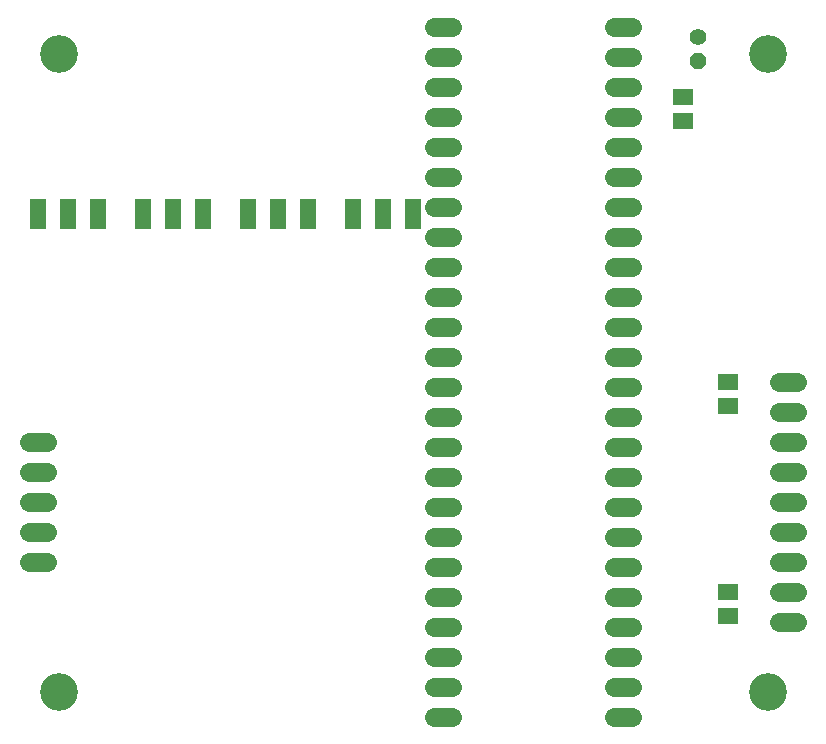
<source format=gbr>
G04 EAGLE Gerber RS-274X export*
G75*
%MOMM*%
%FSLAX34Y34*%
%LPD*%
%INSoldermask Top*%
%IPPOS*%
%AMOC8*
5,1,8,0,0,1.08239X$1,22.5*%
G01*
%ADD10C,3.201600*%
%ADD11P,1.539592X8X292.500000*%
%ADD12C,1.422400*%
%ADD13C,1.625600*%
%ADD14R,1.371600X2.641600*%
%ADD15R,1.701600X1.401600*%


D10*
X-300000Y40000D03*
X300000Y40000D03*
X-300000Y580000D03*
X300000Y580000D03*
D11*
X241300Y574040D03*
D12*
X241300Y594360D03*
D13*
X33020Y603250D02*
X17780Y603250D01*
X17780Y577850D02*
X33020Y577850D01*
X33020Y552450D02*
X17780Y552450D01*
X17780Y527050D02*
X33020Y527050D01*
X33020Y501650D02*
X17780Y501650D01*
X17780Y476250D02*
X33020Y476250D01*
X33020Y450850D02*
X17780Y450850D01*
X17780Y425450D02*
X33020Y425450D01*
X33020Y400050D02*
X17780Y400050D01*
X17780Y374650D02*
X33020Y374650D01*
X33020Y349250D02*
X17780Y349250D01*
X17780Y323850D02*
X33020Y323850D01*
X33020Y298450D02*
X17780Y298450D01*
X17780Y273050D02*
X33020Y273050D01*
X33020Y247650D02*
X17780Y247650D01*
X17780Y222250D02*
X33020Y222250D01*
X33020Y196850D02*
X17780Y196850D01*
X17780Y171450D02*
X33020Y171450D01*
X33020Y146050D02*
X17780Y146050D01*
X17780Y120650D02*
X33020Y120650D01*
X33020Y95250D02*
X17780Y95250D01*
X17780Y69850D02*
X33020Y69850D01*
X33020Y44450D02*
X17780Y44450D01*
X17780Y19050D02*
X33020Y19050D01*
X170180Y603250D02*
X185420Y603250D01*
X185420Y577850D02*
X170180Y577850D01*
X170180Y552450D02*
X185420Y552450D01*
X185420Y527050D02*
X170180Y527050D01*
X170180Y501650D02*
X185420Y501650D01*
X185420Y476250D02*
X170180Y476250D01*
X170180Y450850D02*
X185420Y450850D01*
X185420Y425450D02*
X170180Y425450D01*
X170180Y400050D02*
X185420Y400050D01*
X185420Y374650D02*
X170180Y374650D01*
X170180Y349250D02*
X185420Y349250D01*
X185420Y323850D02*
X170180Y323850D01*
X170180Y298450D02*
X185420Y298450D01*
X185420Y273050D02*
X170180Y273050D01*
X170180Y247650D02*
X185420Y247650D01*
X185420Y222250D02*
X170180Y222250D01*
X170180Y196850D02*
X185420Y196850D01*
X185420Y171450D02*
X170180Y171450D01*
X170180Y146050D02*
X185420Y146050D01*
X185420Y120650D02*
X170180Y120650D01*
X170180Y95250D02*
X185420Y95250D01*
X185420Y69850D02*
X170180Y69850D01*
X170180Y44450D02*
X185420Y44450D01*
X185420Y19050D02*
X170180Y19050D01*
X-309880Y251300D02*
X-325120Y251300D01*
X-325120Y225900D02*
X-309880Y225900D01*
X-309880Y200500D02*
X-325120Y200500D01*
X-325120Y175100D02*
X-309880Y175100D01*
X-309880Y149700D02*
X-325120Y149700D01*
D14*
X-317500Y444500D03*
X-50800Y444500D03*
X-25400Y444500D03*
X0Y444500D03*
X-292100Y444500D03*
X-266700Y444500D03*
X-228600Y444500D03*
X-203200Y444500D03*
X-177800Y444500D03*
X-139700Y444500D03*
X-114300Y444500D03*
X-88900Y444500D03*
D13*
X309880Y302100D02*
X325120Y302100D01*
X325120Y276700D02*
X309880Y276700D01*
X309880Y251300D02*
X325120Y251300D01*
X325120Y225900D02*
X309880Y225900D01*
X309880Y200500D02*
X325120Y200500D01*
X325120Y175100D02*
X309880Y175100D01*
X309880Y149700D02*
X325120Y149700D01*
X325120Y124300D02*
X309880Y124300D01*
X309880Y98900D02*
X325120Y98900D01*
D15*
X266700Y302100D03*
X266700Y282100D03*
X266700Y124300D03*
X266700Y104300D03*
X228600Y543400D03*
X228600Y523400D03*
M02*

</source>
